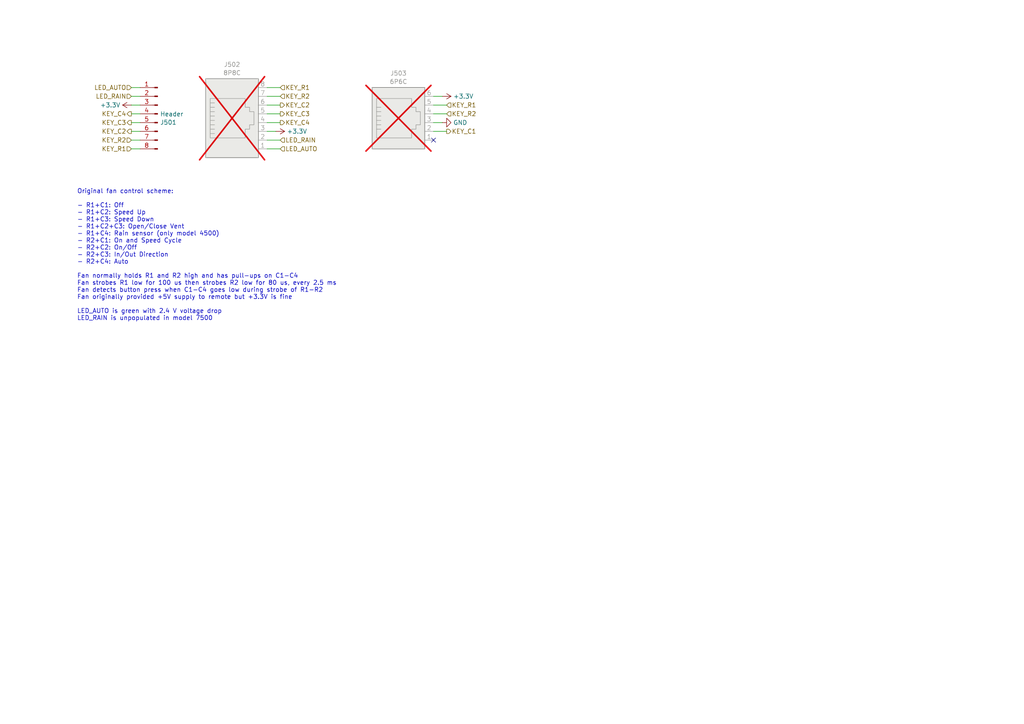
<source format=kicad_sch>
(kicad_sch (version 20231120) (generator "eeschema") (generator_version "8.0")
  (paper "A4")
  (title_block (title "Minuet Keypad Interface"))
  (lib_symbols
    (symbol "Connector:6P6C" (pin_names (offset 1.016))
      (property "Reference" "J" (at -5.08 11.43 0))
      (property "Value" "6P6C" (at 2.54 11.43 0))
      (symbol "6P6C_0_1"
        (polyline (pts (xy -6.35 -1.905) (xy -5.08 -1.905) (xy -5.08 -1.905)))
        (polyline (pts (xy -6.35 -0.635) (xy -5.08 -0.635) (xy -5.08 -0.635)))
        (polyline (pts (xy -6.35 0.635) (xy -5.08 0.635) (xy -5.08 0.635)))
        (polyline (pts (xy -6.35 1.905) (xy -5.08 1.905) (xy -5.08 1.905)))
        (polyline (pts (xy -6.35 3.175) (xy -5.08 3.175) (xy -5.08 3.175)))
        (polyline (pts (xy -5.08 4.445) (xy -6.35 4.445) (xy -6.35 4.445)))
        (polyline (pts (xy -6.35 -4.445) (xy -6.35 6.985) (xy 3.81 6.985) (xy 3.81 4.445) (xy 5.08 4.445) (xy 5.08 3.175) (xy 6.35 3.175) (xy 6.35 -0.635) (xy 5.08 -0.635) (xy 5.08 -1.905) (xy 3.81 -1.905) (xy 3.81 -4.445) (xy -6.35 -4.445) (xy -6.35 -4.445)))
        (rectangle (start 7.62 10.16) (end -7.62 -7.62) (stroke (width 0.254)) (fill (type background)))
      )
      (symbol "6P6C_1_1"
        (pin passive line (at 10.16 -5.08 180) (length 2.54) (name "~") (number "1"))
        (pin passive line (at 10.16 -2.54 180) (length 2.54) (name "~") (number "2"))
        (pin passive line (at 10.16 0 180) (length 2.54) (name "~") (number "3"))
        (pin passive line (at 10.16 2.54 180) (length 2.54) (name "~") (number "4"))
        (pin passive line (at 10.16 5.08 180) (length 2.54) (name "~") (number "5"))
        (pin passive line (at 10.16 7.62 180) (length 2.54) (name "~") (number "6"))
      )
    )
    (symbol "Connector:8P8C" (pin_names (offset 1.016))
      (property "Reference" "J" (at -5.08 13.97 0))
      (property "Value" "8P8C" (at 2.54 13.97 0))
      (symbol "8P8C_0_1"
        (polyline (pts (xy -5.08 4.445) (xy -6.35 4.445)))
        (polyline (pts (xy -5.08 5.715) (xy -6.35 5.715)))
        (polyline (pts (xy -6.35 -3.175) (xy -5.08 -3.175) (xy -5.08 -3.175)))
        (polyline (pts (xy -6.35 -1.905) (xy -5.08 -1.905) (xy -5.08 -1.905)))
        (polyline (pts (xy -6.35 -0.635) (xy -5.08 -0.635) (xy -5.08 -0.635)))
        (polyline (pts (xy -6.35 0.635) (xy -5.08 0.635) (xy -5.08 0.635)))
        (polyline (pts (xy -6.35 1.905) (xy -5.08 1.905) (xy -5.08 1.905)))
        (polyline (pts (xy -5.08 3.175) (xy -6.35 3.175) (xy -6.35 3.175)))
        (polyline (pts (xy -6.35 -4.445) (xy -6.35 6.985) (xy 3.81 6.985) (xy 3.81 4.445) (xy 5.08 4.445) (xy 5.08 3.175) (xy 6.35 3.175) (xy 6.35 -0.635) (xy 5.08 -0.635) (xy 5.08 -1.905) (xy 3.81 -1.905) (xy 3.81 -4.445) (xy -6.35 -4.445) (xy -6.35 -4.445)))
        (rectangle (start 7.62 12.7) (end -7.62 -10.16) (stroke (width 0.254)) (fill (type background)))
      )
      (symbol "8P8C_1_1"
        (pin passive line (at 10.16 -7.62 180) (length 2.54) (name "~") (number "1"))
        (pin passive line (at 10.16 -5.08 180) (length 2.54) (name "~") (number "2"))
        (pin passive line (at 10.16 -2.54 180) (length 2.54) (name "~") (number "3"))
        (pin passive line (at 10.16 0 180) (length 2.54) (name "~") (number "4"))
        (pin passive line (at 10.16 2.54 180) (length 2.54) (name "~") (number "5"))
        (pin passive line (at 10.16 5.08 180) (length 2.54) (name "~") (number "6"))
        (pin passive line (at 10.16 7.62 180) (length 2.54) (name "~") (number "7"))
        (pin passive line (at 10.16 10.16 180) (length 2.54) (name "~") (number "8"))
      )
    )
    (symbol "Connector:Conn_01x08_Pin" (pin_names (offset 1.016) hide)
      (property "Reference" "J" (at 0 10.16 0))
      (property "Value" "Conn_01x08_Pin" (at 0 -12.7 0))
      (symbol "Conn_01x08_Pin_1_1"
        (polyline (pts (xy 1.27 -10.16) (xy 0.8636 -10.16)) (stroke (width 0.1524)))
        (polyline (pts (xy 1.27 -7.62) (xy 0.8636 -7.62)) (stroke (width 0.1524)))
        (polyline (pts (xy 1.27 -5.08) (xy 0.8636 -5.08)) (stroke (width 0.1524)))
        (polyline (pts (xy 1.27 -2.54) (xy 0.8636 -2.54)) (stroke (width 0.1524)))
        (polyline (pts (xy 1.27 0) (xy 0.8636 0)) (stroke (width 0.1524)))
        (polyline (pts (xy 1.27 2.54) (xy 0.8636 2.54)) (stroke (width 0.1524)))
        (polyline (pts (xy 1.27 5.08) (xy 0.8636 5.08)) (stroke (width 0.1524)))
        (polyline (pts (xy 1.27 7.62) (xy 0.8636 7.62)) (stroke (width 0.1524)))
        (rectangle (start 0.8636 -10.033) (end 0 -10.287) (stroke (width 0.1524)) (fill (type outline)))
        (rectangle (start 0.8636 -7.493) (end 0 -7.747) (stroke (width 0.1524)) (fill (type outline)))
        (rectangle (start 0.8636 -4.953) (end 0 -5.207) (stroke (width 0.1524)) (fill (type outline)))
        (rectangle (start 0.8636 -2.413) (end 0 -2.667) (stroke (width 0.1524)) (fill (type outline)))
        (rectangle (start 0.8636 0.127) (end 0 -0.127) (stroke (width 0.1524)) (fill (type outline)))
        (rectangle (start 0.8636 2.667) (end 0 2.413) (stroke (width 0.1524)) (fill (type outline)))
        (rectangle (start 0.8636 5.207) (end 0 4.953) (stroke (width 0.1524)) (fill (type outline)))
        (rectangle (start 0.8636 7.747) (end 0 7.493) (stroke (width 0.1524)) (fill (type outline)))
        (pin passive line (at 5.08 7.62 180) (length 3.81) (name "Pin_1") (number "1"))
        (pin passive line (at 5.08 5.08 180) (length 3.81) (name "Pin_2") (number "2"))
        (pin passive line (at 5.08 2.54 180) (length 3.81) (name "Pin_3") (number "3"))
        (pin passive line (at 5.08 0 180) (length 3.81) (name "Pin_4") (number "4"))
        (pin passive line (at 5.08 -2.54 180) (length 3.81) (name "Pin_5") (number "5"))
        (pin passive line (at 5.08 -5.08 180) (length 3.81) (name "Pin_6") (number "6"))
        (pin passive line (at 5.08 -7.62 180) (length 3.81) (name "Pin_7") (number "7"))
        (pin passive line (at 5.08 -10.16 180) (length 3.81) (name "Pin_8") (number "8"))
      )
    )
    (symbol "power:+3.3V" (power) (pin_numbers hide) (pin_names (offset 0) hide)
      (property "Value" "+3.3V" (at 0 3.556 0))
      (symbol "+3.3V_0_1"
        (polyline (pts (xy -0.762 1.27) (xy 0 2.54)))
        (polyline (pts (xy 0 0) (xy 0 2.54)))
        (polyline (pts (xy 0 2.54) (xy 0.762 1.27)))
      )
      (symbol "+3.3V_1_1"
        (pin power_in line (at 0 0 90) (length 0) (name "~") (number "1"))
      )
    )
    (symbol "power:GND" (power) (pin_numbers hide) (pin_names (offset 0) hide)
      (property "Value" "GND" (at 0 -3.81 0))
      (symbol "GND_0_1"
        (polyline (pts (xy 0 0) (xy 0 -1.27) (xy 1.27 -1.27) (xy 0 -2.54) (xy -1.27 -1.27) (xy 0 -1.27)))
      )
      (symbol "GND_1_1"
        (pin power_in line (at 0 0 270) (length 0) (name "~") (number "1"))
      )
    )
  )
  (no_connect (at 125.73 40.64))
  (wire (pts (xy 38.1 25.4) (xy 40.64 25.4)))
  (wire (pts (xy 38.1 30.48) (xy 40.64 30.48)))
  (wire (pts (xy 38.1 40.64) (xy 40.64 40.64)))
  (wire (pts (xy 38.1 27.94) (xy 40.64 27.94)))
  (wire (pts (xy 77.47 40.64) (xy 81.28 40.64)))
  (wire (pts (xy 125.73 35.56) (xy 128.27 35.56)))
  (wire (pts (xy 77.47 38.1) (xy 80.01 38.1)))
  (wire (pts (xy 38.1 33.02) (xy 40.64 33.02)))
  (wire (pts (xy 77.47 43.18) (xy 81.28 43.18)))
  (wire (pts (xy 38.1 38.1) (xy 40.64 38.1)))
  (wire (pts (xy 125.73 30.48) (xy 129.54 30.48)))
  (wire (pts (xy 38.1 35.56) (xy 40.64 35.56)))
  (wire (pts (xy 125.73 27.94) (xy 128.27 27.94)))
  (wire (pts (xy 77.47 35.56) (xy 81.28 35.56)))
  (wire (pts (xy 77.47 33.02) (xy 81.28 33.02)))
  (wire (pts (xy 125.73 33.02) (xy 129.54 33.02)))
  (wire (pts (xy 77.47 30.48) (xy 81.28 30.48)))
  (wire (pts (xy 125.73 38.1) (xy 129.54 38.1)))
  (wire (pts (xy 38.1 43.18) (xy 40.64 43.18)))
  (wire (pts (xy 77.47 25.4) (xy 81.28 25.4)))
  (wire (pts (xy 77.47 27.94) (xy 81.28 27.94)))
  (text "Original fan control scheme:\n\n- R1+C1: Off\n- R1+C2: Speed Up\n- R1+C3: Speed Down\n- R1+C2+C3: Open/Close Vent\n- R1+C4: Rain sensor (only model 4500)\n- R2+C1: On and Speed Cycle\n- R2+C2: On/Off\n- R2+C3: In/Out Direction\n- R2+C4: Auto\n\nFan normally holds R1 and R2 high and has pull-ups on C1-C4\nFan strobes R1 low for 100 us then strobes R2 low for 80 us, every 2.5 ms\nFan detects button press when C1-C4 goes low during strobe of R1-R2\nFan originally provided +5V supply to remote but +3.3V is fine\n\nLED_AUTO is green with 2.4 V voltage drop\nLED_RAIN is unpopulated in model 7500" (at 22.352 54.864 0) (effects (font (size 1.27 1.27)) (justify left top)))
  (hierarchical_label "KEY_C3" (shape output) (at 81.28 33.02 0))
  (hierarchical_label "KEY_R1" (shape input) (at 38.1 43.18 180))
  (hierarchical_label "KEY_R2" (shape input) (at 38.1 40.64 180))
  (hierarchical_label "LED_RAIN" (shape input) (at 81.28 40.64 0))
  (hierarchical_label "KEY_C2" (shape output) (at 38.1 38.1 180))
  (hierarchical_label "KEY_C4" (shape output) (at 81.28 35.56 0))
  (hierarchical_label "KEY_C2" (shape output) (at 81.28 30.48 0))
  (hierarchical_label "KEY_R2" (shape input) (at 81.28 27.94 0))
  (hierarchical_label "KEY_R1" (shape input) (at 81.28 25.4 0))
  (hierarchical_label "LED_RAIN" (shape input) (at 38.1 27.94 180))
  (hierarchical_label "KEY_R2" (shape input) (at 129.54 33.02 0))
  (hierarchical_label "KEY_C1" (shape output) (at 129.54 38.1 0))
  (hierarchical_label "KEY_C3" (shape output) (at 38.1 35.56 180))
  (hierarchical_label "KEY_C4" (shape output) (at 38.1 33.02 180))
  (hierarchical_label "LED_AUTO" (shape input) (at 38.1 25.4 180))
  (hierarchical_label "KEY_R1" (shape input) (at 129.54 30.48 0))
  (hierarchical_label "LED_AUTO" (shape input) (at 81.28 43.18 0))
  (symbol (lib_id "power:+3.3V") (at 38.1 30.48 90) (unit 1)
    (property "Reference" "#PWR0502" (effects (hide yes)))
    (property "Value" "+3.3V" (at 34.925 30.48 90) (effects (justify left)))
    (property "Description" "Power symbol creates a global label with name \"+3.3V\"" (effects (hide yes)))
  )
  (symbol (lib_id "Connector:6P6C") (at 115.57 35.56 0) (unit 1) (in_bom no) (on_board no) (dnp yes)
    (property "Reference" "J503" (at 115.57 21.2555 0))
    (property "Value" "6P6C" (at 115.57 23.6798 0))
    (property "Description" "RJ connector, 6P6C (6 positions 6 connected), RJ12/RJ18/RJ25" (effects (hide yes)))
  )
  (symbol (lib_id "Connector:8P8C") (at 67.31 35.56 0) (unit 1) (in_bom no) (on_board no) (dnp yes)
    (property "Reference" "J502" (at 67.31 18.7155 0))
    (property "Value" "8P8C" (at 67.31 21.1398 0))
    (property "Description" "RJ connector, 8P8C (8 positions 8 connected), RJ31/RJ32/RJ33/RJ34/RJ35/RJ41/RJ45/RJ49/RJ61" (effects (hide yes)))
  )
  (symbol (lib_id "power:+3.3V") (at 80.01 38.1 270) (unit 1)
    (property "Reference" "#PWR0504" (effects (hide yes)))
    (property "Value" "+3.3V" (at 83.185 38.1 90) (effects (justify left)))
    (property "Description" "Power symbol creates a global label with name \"+3.3V\"" (effects (hide yes)))
  )
  (symbol (lib_id "power:GND") (at 128.27 35.56 90) (unit 1)
    (property "Reference" "#PWR0503" (effects (hide yes)))
    (property "Value" "GND" (at 131.445 35.56 90) (effects (justify right)))
    (property "Description" "Power symbol creates a global label with name \"GND\" , ground" (effects (hide yes)))
  )
  (symbol (lib_id "power:+3.3V") (at 128.27 27.94 270) (unit 1)
    (property "Reference" "#PWR0501" (effects (hide yes)))
    (property "Value" "+3.3V" (at 131.445 27.94 90) (effects (justify left)))
    (property "Description" "Power symbol creates a global label with name \"+3.3V\"" (effects (hide yes)))
  )
  (symbol (lib_id "Connector:Conn_01x08_Pin") (at 45.72 33.02 0) (mirror y) (unit 1)
    (property "Reference" "J501" (at 46.4312 35.5022 0) (effects (justify right)))
    (property "Value" "Header" (at 46.4312 33.0779 0) (effects (justify right)))
    (property "Footprint" "Connector_PinHeader_2.54mm:PinHeader_1x08_P2.54mm_Vertical" (effects (hide yes)))
    (property "Description" "Generic connector, single row, 01x08, script generated" (effects (hide yes)))
  )
)
</source>
